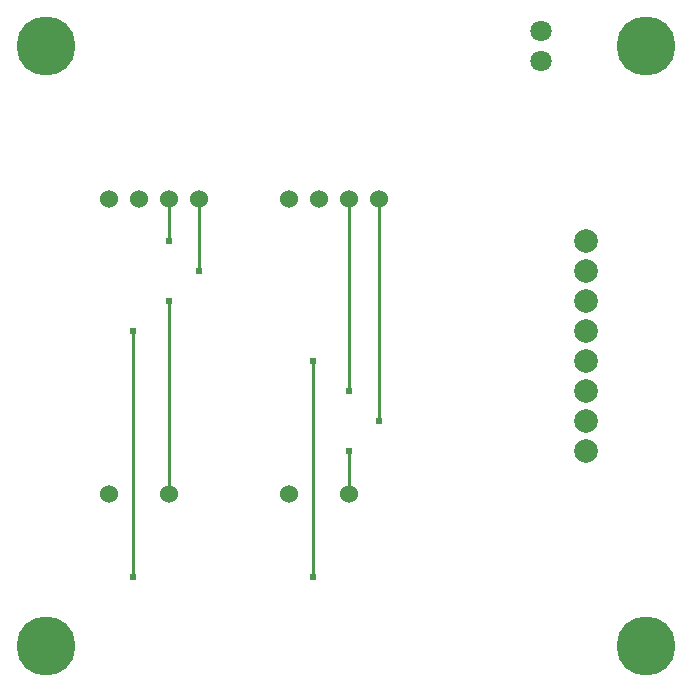
<source format=gbl>
G04 Layer: BottomLayer*
G04 EasyEDA v6.5.22, 2023-02-15 20:21:58*
G04 734b4a54bc3d48cea6392fdb8e28a27f,5a6b42c53f6a479593ecc07194224c93,10*
G04 Gerber Generator version 0.2*
G04 Scale: 100 percent, Rotated: No, Reflected: No *
G04 Dimensions in millimeters *
G04 leading zeros omitted , absolute positions ,4 integer and 5 decimal *
%FSLAX45Y45*%
%MOMM*%

%ADD10C,0.2540*%
%ADD11C,5.0000*%
%ADD12C,1.8000*%
%ADD13C,2.0000*%
%ADD14C,1.5240*%
%ADD15C,0.6096*%

%LPD*%
D10*
X2946400Y2029203D02*
G01*
X2946400Y1663687D01*
X3200387Y2283203D02*
G01*
X3200387Y4163677D01*
X2946400Y2537205D02*
G01*
X2946400Y4163568D01*
X1422397Y3807205D02*
G01*
X1422397Y4163684D01*
X1676400Y3553203D02*
G01*
X1676400Y4163684D01*
X1422400Y3299203D02*
G01*
X1422400Y1663687D01*
X1117600Y3045203D02*
G01*
X1116731Y966061D01*
X2640731Y966061D02*
G01*
X2640731Y2793994D01*
D11*
G01*
X381000Y5461000D03*
G01*
X5461000Y5461000D03*
G01*
X5461000Y381000D03*
G01*
X381000Y381000D03*
D12*
G01*
X4572000Y5588000D03*
G01*
X4572000Y5334000D03*
D13*
G01*
X4956581Y3807205D03*
G01*
X4956581Y3553205D03*
G01*
X4956581Y3299205D03*
G01*
X4956581Y3045205D03*
G01*
X4956581Y2791205D03*
G01*
X4956581Y2537205D03*
G01*
X4956581Y2283205D03*
G01*
X4956581Y2029205D03*
D14*
G01*
X914400Y1663700D03*
G01*
X1422400Y1663700D03*
G01*
X1676400Y4163695D03*
G01*
X1422400Y4163695D03*
G01*
X1168400Y4163695D03*
G01*
X914400Y4163695D03*
G01*
X2692400Y4163695D03*
G01*
X2946400Y4163695D03*
G01*
X3200400Y4163695D03*
G01*
X2946400Y1663700D03*
G01*
X2438400Y1663700D03*
G01*
X2438400Y4163695D03*
D15*
G01*
X2946400Y2029205D03*
G01*
X3200400Y2283205D03*
G01*
X2946400Y2537205D03*
G01*
X1422400Y3807205D03*
G01*
X1676400Y3553205D03*
G01*
X1422400Y3299205D03*
G01*
X1117600Y3045205D03*
G01*
X1116736Y966063D03*
G01*
X2640736Y966063D03*
G01*
X2640736Y2794000D03*
M02*

</source>
